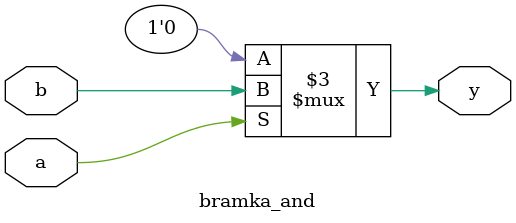
<source format=v>
module bramka_and(
	output reg y,
	input a,
	input b
);

always @(*) begin
	if (a) y=b;
	else y=0;
end

endmodule
</source>
